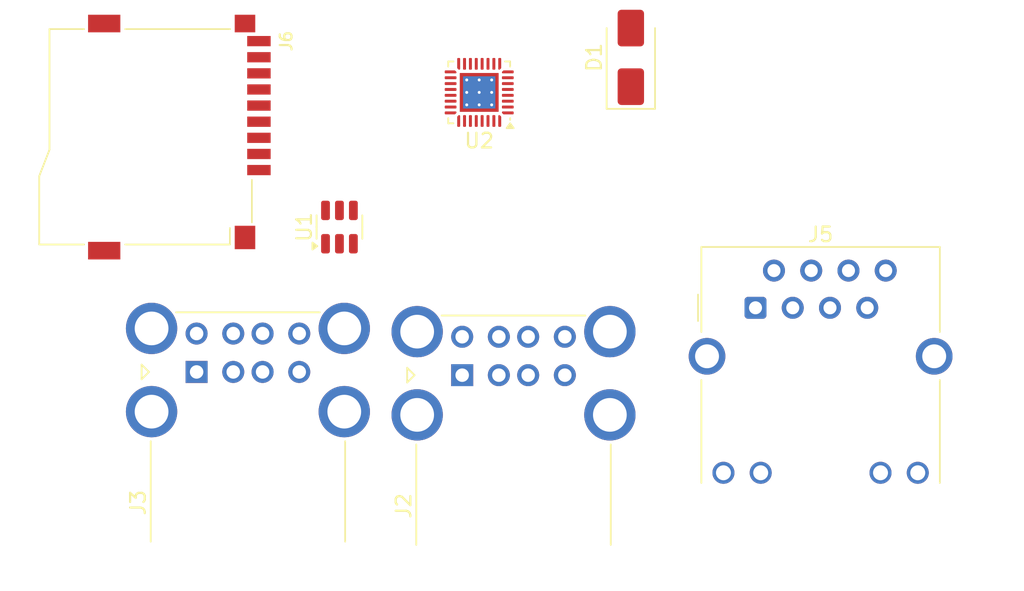
<source format=kicad_pcb>
(kicad_pcb (version 20241229) (generator "pcbnew") (generator_version "9.0")
  (layers (0 "F.Cu" signal) (2 "B.Cu" signal) (13 "F.Paste" user) (15 "B.Paste" user) (5 "F.SilkS" user "F.Silkscreen") (7 "B.SilkS" user "B.Silkscreen") (1 "F.Mask" user) (3 "B.Mask" user) (25 "Edge.Cuts" user))
  (net 0 "")
  (net 1 "Net-(J3-D1+)")
  (net 2 "Net-(J3-D2-)")
  (net 3 "Net-(J3-D1-)")
  (net 4 "Net-(J3-D2+)")
  (net 5 "+5V")
  (net 6 "Net-(D1-A)")
  (net 7 "VBUS")
  (net 25 "GND")
  (net 26 "Net-(J2-D1-)")
  (net 27 "Net-(J2-D1+)")
  (net 28 "Net-(J2-D2-)")
  (net 29 "Net-(J2-D2+)")
  (net 38 "+3.3V")
  (net 40 "/SD_D1")
  (net 41 "/SD_D3")
  (net 42 "/SD_D0")
  (net 45 "/SD_D2")
  (net 46 "/SD_CLK")
  (net 47 "Net-(J5-RD+)")
  (net 48 "Net-(J5-RD-)")
  (net 49 "Net-(J5-TD-)")
  (net 50 "Net-(J5-TD+)")
  (net 51 "/LED_ACT")
  (net 52 "/LED_LINK")
  (footprint "3in1:MiSD-PP-9P-V2" (layer "F.Cu") (at 153.54 86.07 -90)
    (property "Reference" "J6" (at 0 -1.86 90) (layer "F.SilkS") (effects (font (size 0.8 0.8))))
    (property "Value" "Micro_SD_Card_Det1")
    (fp_line (start 9.21 14.98) (end 7.41 14.28) (stroke (width 0.12)) (layer "F.SilkS"))
    (fp_line (start 13.88 14.98) (end 9.21 14.98) (stroke (width 0.12)) (layer "F.SilkS"))
    (fp_line (start 13.88 14.98) (end 13.88 11.92) (stroke (width 0.12)) (layer "F.SilkS"))
    (fp_line (start -0.82 14.28) (end 7.41 14.28) (stroke (width 0.12)) (layer "F.SilkS"))
    (fp_line (start -0.82 14.28) (end -0.82 11.92) (stroke (width 0.12)) (layer "F.SilkS"))
    (fp_line (start 13.88 9.12) (end 13.88 1.98) (stroke (width 0.12)) (layer "F.SilkS"))
    (fp_line (start 13.88 1.98) (end 12.76 1.98) (stroke (width 0.12)) (layer "F.SilkS"))
    (fp_line (start -0.82 1.96) (end -0.82 9.12) (stroke (width 0.12)) (layer "F.SilkS"))
    (fp_line (start 12.37 0.48) (end 9.47 0.48) (stroke (width 0.12)) (layer "F.SilkS"))
    (pad "" np_thru_hole circle (at 1.61 10.95 270) (size 1 1) (drill 1) (layers "*.Cu" "*.Mask"))
    (pad "" np_thru_hole circle (at 9.6 10.95 270) (size 1 1) (drill 1) (layers "*.Cu" "*.Mask"))
    (pad "1" smd rect (at 8.8 0 270) (size 0.7 1.6) (layers "F.Cu" "F.Mask" "F.Paste") (net 45 "/SD_D2"))
    (pad "2" smd rect (at 7.7 0 270) (size 0.7 1.6) (layers "F.Cu" "F.Mask" "F.Paste") (net 41 "/SD_D3"))
    (pad "3" smd rect (at 6.6 0 270) (size 0.7 1.6) (layers "F.Cu" "F.Mask" "F.Paste"))
    (pad "4" smd rect (at 5.5 0 270) (size 0.7 1.6) (layers "F.Cu" "F.Mask" "F.Paste") (net 38 "+3.3V"))
    (pad "5" smd rect (at 4.4 0 270) (size 0.7 1.6) (layers "F.Cu" "F.Mask" "F.Paste"))
    (pad "6" smd rect (at 3.3 0 270) (size 0.7 1.6) (layers "F.Cu" "F.Mask" "F.Paste") (net 25 "GND"))
    (pad "7" smd rect (at 2.2 0 270) (size 0.7 1.6) (layers "F.Cu" "F.Mask" "F.Paste") (net 42 "/SD_D0"))
    (pad "8" smd rect (at 1.1 0 270) (size 0.7 1.6) (layers "F.Cu" "F.Mask" "F.Paste") (net 40 "/SD_D1"))
    (pad "9" smd rect (at 0 0 270) (size 0.7 1.6) (layers "F.Cu" "F.Mask" "F.Paste"))
    (pad "10" smd rect (at -1.2 0.95 270) (size 1.2 1.4) (layers "F.Cu" "F.Mask" "F.Paste") (net 25 "GND"))
    (pad "10" smd rect (at -1.2 10.55 270) (size 1.2 2.2) (layers "F.Cu" "F.Mask" "F.Paste") (net 25 "GND"))
    (pad "10" smd rect (at 13.4 0.95 270) (size 1.6 1.4) (layers "F.Cu" "F.Mask" "F.Paste") (net 25 "GND"))
    (pad "10" smd rect (at 14.3 10.55 270) (size 1.2 2.2) (layers "F.Cu" "F.Mask" "F.Paste") (net 25 "GND"))
  )
  (footprint "Package_TO_SOT_SMD:SOT-23-6" (layer "F.Cu") (at 159.03 98.76 90)
    (property "Reference" "U1" (at 0 -2.4 90) (layer "F.SilkS"))
    (property "Value" "CH217K")
    (fp_line (start 0 -1.56) (end 0.8 -1.56) (stroke (width 0.12)) (layer "F.SilkS"))
    (fp_line (start 0 -1.56) (end -0.8 -1.56) (stroke (width 0.12)) (layer "F.SilkS"))
    (fp_line (start 0 1.56) (end 0.8 1.56) (stroke (width 0.12)) (layer "F.SilkS"))
    (fp_line (start 0 1.56) (end -0.8 1.56) (stroke (width 0.12)) (layer "F.SilkS"))
    (fp_poly (pts (xy -1.3 -1.51) (xy -1.54 -1.84) (xy -1.06 -1.84)) (stroke (width 0.12)) (fill yes) (layer "F.SilkS"))
    (pad "1" smd roundrect (at -1.1375 -0.95 90) (size 1.325 0.6) (layers "F.Cu" "F.Mask" "F.Paste") (net 7 "VBUS"))
    (pad "2" smd roundrect (at -1.1375 0 90) (size 1.325 0.6) (layers "F.Cu" "F.Mask" "F.Paste") (net 25 "GND"))
    (pad "3" smd roundrect (at -1.1375 0.95 90) (size 1.325 0.6) (layers "F.Cu" "F.Mask" "F.Paste"))
    (pad "4" smd roundrect (at 1.1375 0.95 90) (size 1.325 0.6) (layers "F.Cu" "F.Mask" "F.Paste"))
    (pad "5" smd roundrect (at 1.1375 0 90) (size 1.325 0.6) (layers "F.Cu" "F.Mask" "F.Paste"))
    (pad "6" smd roundrect (at 1.1375 -0.95 90) (size 1.325 0.6) (layers "F.Cu" "F.Mask" "F.Paste") (net 5 "+5V"))
  )
  (footprint "Package_DFN_QFN:QFN-32-1EP_4x4mm_P0.4mm_EP2.65x2.65mm_ThermalVias" (layer "F.Cu") (at 168.56 89.57 180)
    (property "Reference" "U2" (at 0 -3.3 0) (layer "F.SilkS"))
    (property "Value" "CH339F")
    (fp_line (start 2.11 2.11) (end 2.11 1.76) (stroke (width 0.12)) (layer "F.SilkS"))
    (fp_line (start 2.11 -2.11) (end 2.11 -1.76) (stroke (width 0.12)) (layer "F.SilkS"))
    (fp_line (start 1.76 2.11) (end 2.11 2.11) (stroke (width 0.12)) (layer "F.SilkS"))
    (fp_line (start 1.76 -2.11) (end 2.11 -2.11) (stroke (width 0.12)) (layer "F.SilkS"))
    (fp_line (start -1.76 2.11) (end -2.11 2.11) (stroke (width 0.12)) (layer "F.SilkS"))
    (fp_line (start -2.11 2.11) (end -2.11 1.76) (stroke (width 0.12)) (layer "F.SilkS"))
    (fp_line (start -2.11 -1.76) (end -2.11 -1.87) (stroke (width 0.12)) (layer "F.SilkS"))
    (fp_poly (pts (xy -2.11 -2.11) (xy -2.35 -2.44) (xy -1.87 -2.44)) (stroke (width 0.12)) (fill yes) (layer "F.SilkS"))
    (pad "1" smd custom (at -1.95 -1.4 180) (size 0.129289 0.129289) (layers "F.Cu" "F.Mask" "F.Paste") (net 50 "Net-(J5-TD+)") (options (clearance outline) (anchor circle)) (primitives (gr_poly (pts (xy -0.35 -0.05) (xy 0.279289 -0.05) (xy 0.35 0.020711) (xy 0.35 0.05) (xy -0.35 0.05)) (width 0.1) (fill yes))))
    (pad "2" smd roundrect (at -1.95 -1 180) (size 0.8 0.2) (layers "F.Cu" "F.Mask" "F.Paste") (net 49 "Net-(J5-TD-)"))
    (pad "3" smd roundrect (at -1.95 -0.6 180) (size 0.8 0.2) (layers "F.Cu" "F.Mask" "F.Paste"))
    (pad "4" smd roundrect (at -1.95 -0.2 180) (size 0.8 0.2) (layers "F.Cu" "F.Mask" "F.Paste") (net 47 "Net-(J5-RD+)"))
    (pad "5" smd roundrect (at -1.95 0.2 180) (size 0.8 0.2) (layers "F.Cu" "F.Mask" "F.Paste") (net 48 "Net-(J5-RD-)"))
    (pad "6" smd roundrect (at -1.95 0.6 180) (size 0.8 0.2) (layers "F.Cu" "F.Mask" "F.Paste"))
    (pad "7" smd roundrect (at -1.95 1 180) (size 0.8 0.2) (layers "F.Cu" "F.Mask" "F.Paste"))
    (pad "8" smd custom (at -1.95 1.4 180) (size 0.129289 0.129289) (layers "F.Cu" "F.Mask" "F.Paste") (options (clearance outline) (anchor circle)) (primitives (gr_poly (pts (xy -0.35 -0.05) (xy 0.35 -0.05) (xy 0.35 -0.020711) (xy 0.279289 0.05) (xy -0.35 0.05)) (width 0.1) (fill yes))))
    (pad "9" smd custom (at -1.4 1.95 180) (size 0.129289 0.129289) (layers "F.Cu" "F.Mask" "F.Paste") (options (clearance outline) (anchor circle)) (primitives (gr_poly (pts (xy -0.05 -0.279289) (xy 0.020711 -0.35) (xy 0.05 -0.35) (xy 0.05 0.35) (xy -0.05 0.35)) (width 0.1) (fill yes))))
    (pad "10" smd roundrect (at -1 1.95 180) (size 0.2 0.8) (layers "F.Cu" "F.Mask" "F.Paste"))
    (pad "11" smd roundrect (at -0.6 1.95 180) (size 0.2 0.8) (layers "F.Cu" "F.Mask" "F.Paste") (net 26 "Net-(J2-D1-)"))
    (pad "12" smd roundrect (at -0.2 1.95 180) (size 0.2 0.8) (layers "F.Cu" "F.Mask" "F.Paste") (net 27 "Net-(J2-D1+)"))
    (pad "13" smd roundrect (at 0.2 1.95 180) (size 0.2 0.8) (layers "F.Cu" "F.Mask" "F.Paste") (net 28 "Net-(J2-D2-)"))
    (pad "14" smd roundrect (at 0.6 1.95 180) (size 0.2 0.8) (layers "F.Cu" "F.Mask" "F.Paste") (net 29 "Net-(J2-D2+)"))
    (pad "15" smd roundrect (at 1 1.95 180) (size 0.2 0.8) (layers "F.Cu" "F.Mask" "F.Paste"))
    (pad "16" smd custom (at 1.4 1.95 180) (size 0.129289 0.129289) (layers "F.Cu" "F.Mask" "F.Paste") (options (clearance outline) (anchor circle)) (primitives (gr_poly (pts (xy -0.05 -0.35) (xy -0.020711 -0.35) (xy 0.05 -0.279289) (xy 0.05 0.35) (xy -0.05 0.35)) (width 0.1) (fill yes))))
    (pad "17" smd custom (at 1.95 1.4 180) (size 0.129289 0.129289) (layers "F.Cu" "F.Mask" "F.Paste") (options (clearance outline) (anchor circle)) (primitives (gr_poly (pts (xy -0.35 -0.05) (xy 0.35 -0.05) (xy 0.35 0.05) (xy -0.279289 0.05) (xy -0.35 -0.020711)) (width 0.1) (fill yes))))
    (pad "18" smd roundrect (at 1.95 1 180) (size 0.8 0.2) (layers "F.Cu" "F.Mask" "F.Paste"))
    (pad "19" smd roundrect (at 1.95 0.6 180) (size 0.8 0.2) (layers "F.Cu" "F.Mask" "F.Paste") (net 41 "/SD_D3"))
    (pad "20" smd roundrect (at 1.95 0.2 180) (size 0.8 0.2) (layers "F.Cu" "F.Mask" "F.Paste") (net 45 "/SD_D2"))
    (pad "21" smd roundrect (at 1.95 -0.2 180) (size 0.8 0.2) (layers "F.Cu" "F.Mask" "F.Paste") (net 40 "/SD_D1"))
    (pad "22" smd roundrect (at 1.95 -0.6 180) (size 0.8 0.2) (layers "F.Cu" "F.Mask" "F.Paste") (net 42 "/SD_D0"))
    (pad "23" smd roundrect (at 1.95 -1 180) (size 0.8 0.2) (layers "F.Cu" "F.Mask" "F.Paste") (net 46 "/SD_CLK"))
    (pad "24" smd custom (at 1.95 -1.4 180) (size 0.129289 0.129289) (layers "F.Cu" "F.Mask" "F.Paste") (options (clearance outline) (anchor circle)) (primitives (gr_poly (pts (xy -0.35 0.020711) (xy -0.279289 -0.05) (xy 0.35 -0.05) (xy 0.35 0.05) (xy -0.35 0.05)) (width 0.1) (fill yes))))
    (pad "25" smd custom (at 1.4 -1.95 180) (size 0.129289 0.129289) (layers "F.Cu" "F.Mask" "F.Paste") (options (clearance outline) (anchor circle)) (primitives (gr_poly (pts (xy -0.05 -0.35) (xy 0.05 -0.35) (xy 0.05 0.279289) (xy -0.020711 0.35) (xy -0.05 0.35)) (width 0.1) (fill yes))))
    (pad "26" smd roundrect (at 1 -1.95 180) (size 0.2 0.8) (layers "F.Cu" "F.Mask" "F.Paste") (net 51 "/LED_ACT"))
    (pad "27" smd roundrect (at 0.6 -1.95 180) (size 0.2 0.8) (layers "F.Cu" "F.Mask" "F.Paste") (net 52 "/LED_LINK"))
    (pad "28" smd roundrect (at 0.2 -1.95 180) (size 0.2 0.8) (layers "F.Cu" "F.Mask" "F.Paste"))
    (pad "29" smd roundrect (at -0.2 -1.95 180) (size 0.2 0.8) (layers "F.Cu" "F.Mask" "F.Paste") (net 2 "Net-(J3-D2-)"))
    (pad "30" smd roundrect (at -0.6 -1.95 180) (size 0.2 0.8) (layers "F.Cu" "F.Mask" "F.Paste") (net 4 "Net-(J3-D2+)"))
    (pad "31" smd roundrect (at -1 -1.95 180) (size 0.2 0.8) (layers "F.Cu" "F.Mask" "F.Paste") (net 3 "Net-(J3-D1-)"))
    (pad "32" smd custom (at -1.4 -1.95 180) (size 0.129289 0.129289) (layers "F.Cu" "F.Mask" "F.Paste") (net 1 "Net-(J3-D1+)") (options (clearance outline) (anchor circle)) (primitives (gr_poly (pts (xy -0.05 -0.35) (xy 0.05 -0.35) (xy 0.05 0.35) (xy 0.020711 0.35) (xy -0.05 0.279289)) (width 0.1) (fill yes))))
    (pad "33" thru_hole circle (at -0.85 -0.85 180) (size 0.5 0.5) (drill 0.2) (property pad_prop_heatsink) (layers "*.Cu") (net 25 "GND"))
    (pad "33" thru_hole circle (at -0.85 0 180) (size 0.5 0.5) (drill 0.2) (property pad_prop_heatsink) (layers "*.Cu") (net 25 "GND"))
    (pad "33" thru_hole circle (at -0.85 0.85 180) (size 0.5 0.5) (drill 0.2) (property pad_prop_heatsink) (layers "*.Cu") (net 25 "GND"))
    (pad "33" thru_hole circle (at 0 -0.85 180) (size 0.5 0.5) (drill 0.2) (property pad_prop_heatsink) (layers "*.Cu") (net 25 "GND"))
    (pad "33" thru_hole circle (at 0 0 180) (size 0.5 0.5) (drill 0.2) (property pad_prop_heatsink) (layers "*.Cu") (net 25 "GND"))
    (pad "33" smd rect (at 0 0 180) (size 2.2 2.2) (property pad_prop_heatsink) (layers "B.Cu") (net 25 "GND"))
    (pad "33" smd rect (at 0 0 180) (size 2.65 2.65) (property pad_prop_heatsink) (layers "F.Cu" "F.Mask") (net 25 "GND"))
    (pad "33" thru_hole circle (at 0 0.85 180) (size 0.5 0.5) (drill 0.2) (property pad_prop_heatsink) (layers "*.Cu") (net 25 "GND"))
    (pad "33" thru_hole circle (at 0.85 -0.85 180) (size 0.5 0.5) (drill 0.2) (property pad_prop_heatsink) (layers "*.Cu") (net 25 "GND"))
    (pad "33" thru_hole circle (at 0.85 0 180) (size 0.5 0.5) (drill 0.2) (property pad_prop_heatsink) (layers "*.Cu") (net 25 "GND"))
    (pad "33" thru_hole circle (at 0.85 0.85 180) (size 0.5 0.5) (drill 0.2) (property pad_prop_heatsink) (layers "*.Cu") (net 25 "GND"))
  )
  (footprint "Connector_USB:USB_A_CUI_UJ2-ADH-TH_Horizontal_Stacked" (layer "F.Cu") (at 149.289998 108.647685 90)
    (property "Reference" "J3" (at -8.92 -3.99 90) (layer "F.SilkS"))
    (property "Value" "USB_A_Stacked")
    (fp_line (start 0.5 -3.75) (end -0.5 -3.75) (stroke (width 0.12)) (layer "F.SilkS"))
    (fp_line (start -0.5 -3.75) (end 0 -3.25) (stroke (width 0.12)) (layer "F.SilkS"))
    (fp_line (start 0 -3.25) (end 0.5 -3.75) (stroke (width 0.12)) (layer "F.SilkS"))
    (fp_line (start -4.73 -3.13) (end -11.58 -3.13) (stroke (width 0.12)) (layer "F.SilkS"))
    (fp_line (start 4.07 8.4) (end 4.07 -1.4) (stroke (width 0.12)) (layer "F.SilkS"))
    (fp_line (start -11.58 10.13) (end -4.73 10.13) (stroke (width 0.12)) (layer "F.SilkS"))
    (pad "1" thru_hole rect (at 0 0 90) (size 1.5 1.5) (drill 0.92) (layers "*.Cu" "*.Mask") (net 7 "VBUS"))
    (pad "2" thru_hole circle (at 0 2.5 90) (size 1.5 1.5) (drill 0.92) (layers "*.Cu" "*.Mask") (net 3 "Net-(J3-D1-)"))
    (pad "3" thru_hole circle (at 0 4.5 90) (size 1.5 1.5) (drill 0.92) (layers "*.Cu" "*.Mask") (net 1 "Net-(J3-D1+)"))
    (pad "4" thru_hole circle (at 0 7 90) (size 1.5 1.5) (drill 0.92) (layers "*.Cu" "*.Mask") (net 25 "GND"))
    (pad "5" thru_hole circle (at 2.62 0 90) (size 1.5 1.5) (drill 0.92) (layers "*.Cu" "*.Mask") (net 7 "VBUS"))
    (pad "6" thru_hole circle (at 2.62 2.5 90) (size 1.5 1.5) (drill 0.92) (layers "*.Cu" "*.Mask") (net 2 "Net-(J3-D2-)"))
    (pad "7" thru_hole circle (at 2.62 4.5 90) (size 1.5 1.5) (drill 0.92) (layers "*.Cu" "*.Mask") (net 4 "Net-(J3-D2+)"))
    (pad "8" thru_hole circle (at 2.62 7 90) (size 1.5 1.5) (drill 0.92) (layers "*.Cu" "*.Mask") (net 25 "GND"))
    (pad "9" thru_hole circle (at -2.71 -3.07 90) (size 3.5 3.5) (drill 2.3) (layers "*.Cu" "*.Mask") (net 25 "GND"))
    (pad "9" thru_hole circle (at -2.71 10.07 90) (size 3.5 3.5) (drill 2.3) (layers "*.Cu" "*.Mask") (net 25 "GND"))
    (pad "9" thru_hole circle (at 2.97 -3.07 90) (size 3.5 3.5) (drill 2.3) (layers "*.Cu" "*.Mask") (net 25 "GND"))
    (pad "9" thru_hole circle (at 2.97 10.07 90) (size 3.5 3.5) (drill 2.3) (layers "*.Cu" "*.Mask") (net 25 "GND"))
  )
  (footprint "Connector_RJ:RJ45_Hanrun_HR911105A_Horizontal" (layer "F.Cu") (at 187.4 104.27)
    (property "Reference" "J5" (at 4.44 -5 0) (layer "F.SilkS"))
    (property "Value" "RJ45_Hanrun_HR911105A_Horizontal")
    (fp_line (start -3.92 -0.9) (end -3.92 0.9) (stroke (width 0.12)) (layer "F.SilkS"))
    (fp_line (start -3.69 -4.15) (end -3.69 1.65) (stroke (width 0.12)) (layer "F.SilkS"))
    (fp_line (start -3.69 -4.15) (end 12.57 -4.15) (stroke (width 0.12)) (layer "F.SilkS"))
    (fp_line (start -3.69 4.93) (end -3.69 11.95) (stroke (width 0.12)) (layer "F.SilkS"))
    (fp_line (start 12.57 -4.15) (end 12.57 1.65) (stroke (width 0.12)) (layer "F.SilkS"))
    (fp_line (start 12.57 4.93) (end 12.57 11.95) (stroke (width 0.12)) (layer "F.SilkS"))
    (pad "" np_thru_hole circle (at -1.275 6.36) (size 3.25 3.25) (drill 3.25) (layers "*.Cu" "*.Mask"))
    (pad "" np_thru_hole circle (at 10.155 6.36) (size 3.25 3.25) (drill 3.25) (layers "*.Cu" "*.Mask"))
    (pad "1" thru_hole roundrect (at 0 0) (size 1.5 1.5) (drill 0.89) (layers "*.Cu" "*.Mask") (roundrect_rratio 0.167) (net 50 "Net-(J5-TD+)"))
    (pad "2" thru_hole circle (at 1.26 -2.54) (size 1.5 1.5) (drill 0.89) (layers "*.Cu" "*.Mask") (net 49 "Net-(J5-TD-)"))
    (pad "3" thru_hole circle (at 2.54 0) (size 1.5 1.5) (drill 0.89) (layers "*.Cu" "*.Mask") (net 47 "Net-(J5-RD+)"))
    (pad "4" thru_hole circle (at 3.8 -2.54) (size 1.5 1.5) (drill 0.89) (layers "*.Cu" "*.Mask"))
    (pad "5" thru_hole circle (at 5.08 0) (size 1.5 1.5) (drill 0.89) (layers "*.Cu" "*.Mask"))
    (pad "6" thru_hole circle (at 6.34 -2.54) (size 1.5 1.5) (drill 0.89) (layers "*.Cu" "*.Mask") (net 48 "Net-(J5-RD-)"))
    (pad "7" thru_hole circle (at 7.62 0) (size 1.5 1.5) (drill 0.89) (layers "*.Cu" "*.Mask"))
    (pad "8" thru_hole circle (at 8.88 -2.54) (size 1.5 1.5) (drill 0.89) (layers "*.Cu" "*.Mask"))
    (pad "9" thru_hole circle (at -2.185 11.26) (size 1.5 1.5) (drill 1.02) (layers "*.Cu" "*.Mask"))
    (pad "10" thru_hole circle (at 0.355 11.26) (size 1.5 1.5) (drill 1.02) (layers "*.Cu" "*.Mask"))
    (pad "11" thru_hole circle (at 8.525 11.26) (size 1.5 1.5) (drill 1.02) (layers "*.Cu" "*.Mask"))
    (pad "12" thru_hole circle (at 11.065 11.26) (size 1.5 1.5) (drill 1.02) (layers "*.Cu" "*.Mask"))
    (pad "SH" thru_hole circle (at -3.305 3.31) (size 2.5 2.5) (drill 1.63) (layers "*.Cu" "*.Mask"))
    (pad "SH" thru_hole circle (at 12.185 3.31) (size 2.5 2.5) (drill 1.63) (layers "*.Cu" "*.Mask"))
  )
  (footprint "Diode_SMD:D_SMA" (layer "F.Cu") (at 178.9 87.18 90)
    (property "Reference" "D1" (at 0 -2.5 90) (layer "F.SilkS"))
    (property "Value" "SS34")
    (fp_line (start -3.51 -1.65) (end 2 -1.65) (stroke (width 0.12)) (layer "F.SilkS"))
    (fp_line (start -3.51 -1.65) (end -3.51 1.65) (stroke (width 0.12)) (layer "F.SilkS"))
    (fp_line (start -3.51 1.65) (end 2 1.65) (stroke (width 0.12)) (layer "F.SilkS"))
    (pad "1" smd roundrect (at -2 0 90) (size 2.5 1.8) (layers "F.Cu" "F.Mask" "F.Paste") (roundrect_rratio 0.1388888889) (net 5 "+5V"))
    (pad "2" smd roundrect (at 2 0 90) (size 2.5 1.8) (layers "F.Cu" "F.Mask" "F.Paste") (roundrect_rratio 0.1388888889) (net 6 "Net-(D1-A)"))
  )
  (footprint "Connector_USB:USB_A_CUI_UJ2-ADH-TH_Horizontal_Stacked" (layer "F.Cu") (at 167.399998 108.867685 90)
    (property "Reference" "J2" (at -8.92 -3.99 90) (layer "F.SilkS"))
    (property "Value" "USB_A_Stacked")
    (fp_line (start 0.5 -3.75) (end -0.5 -3.75) (stroke (width 0.12)) (layer "F.SilkS"))
    (fp_line (start -0.5 -3.75) (end 0 -3.25) (stroke (width 0.12)) (layer "F.SilkS"))
    (fp_line (start 0 -3.25) (end 0.5 -3.75) (stroke (width 0.12)) (layer "F.SilkS"))
    (fp_line (start -4.73 -3.13) (end -11.58 -3.13) (stroke (width 0.12)) (layer "F.SilkS"))
    (fp_line (start 4.07 8.4) (end 4.07 -1.4) (stroke (width 0.12)) (layer "F.SilkS"))
    (fp_line (start -11.58 10.13) (end -4.73 10.13) (stroke (width 0.12)) (layer "F.SilkS"))
    (pad "1" thru_hole rect (at 0 0 90) (size 1.5 1.5) (drill 0.92) (layers "*.Cu" "*.Mask") (net 7 "VBUS"))
    (pad "2" thru_hole circle (at 0 2.5 90) (size 1.5 1.5) (drill 0.92) (layers "*.Cu" "*.Mask") (net 26 "Net-(J2-D1-)"))
    (pad "3" thru_hole circle (at 0 4.5 90) (size 1.5 1.5) (drill 0.92) (layers "*.Cu" "*.Mask") (net 27 "Net-(J2-D1+)"))
    (pad "4" thru_hole circle (at 0 7 90) (size 1.5 1.5) (drill 0.92) (layers "*.Cu" "*.Mask") (net 25 "GND"))
    (pad "5" thru_hole circle (at 2.62 0 90) (size 1.5 1.5) (drill 0.92) (layers "*.Cu" "*.Mask") (net 7 "VBUS"))
    (pad "6" thru_hole circle (at 2.62 2.5 90) (size 1.5 1.5) (drill 0.92) (layers "*.Cu" "*.Mask") (net 28 "Net-(J2-D2-)"))
    (pad "7" thru_hole circle (at 2.62 4.5 90) (size 1.5 1.5) (drill 0.92) (layers "*.Cu" "*.Mask") (net 29 "Net-(J2-D2+)"))
    (pad "8" thru_hole circle (at 2.62 7 90) (size 1.5 1.5) (drill 0.92) (layers "*.Cu" "*.Mask") (net 25 "GND"))
    (pad "9" thru_hole circle (at -2.71 -3.07 90) (size 3.5 3.5) (drill 2.3) (layers "*.Cu" "*.Mask") (net 25 "GND"))
    (pad "9" thru_hole circle (at -2.71 10.07 90) (size 3.5 3.5) (drill 2.3) (layers "*.Cu" "*.Mask") (net 25 "GND"))
    (pad "9" thru_hole circle (at 2.97 -3.07 90) (size 3.5 3.5) (drill 2.3) (layers "*.Cu" "*.Mask") (net 25 "GND"))
    (pad "9" thru_hole circle (at 2.97 10.07 90) (size 3.5 3.5) (drill 2.3) (layers "*.Cu" "*.Mask") (net 25 "GND"))
  )
)
</source>
